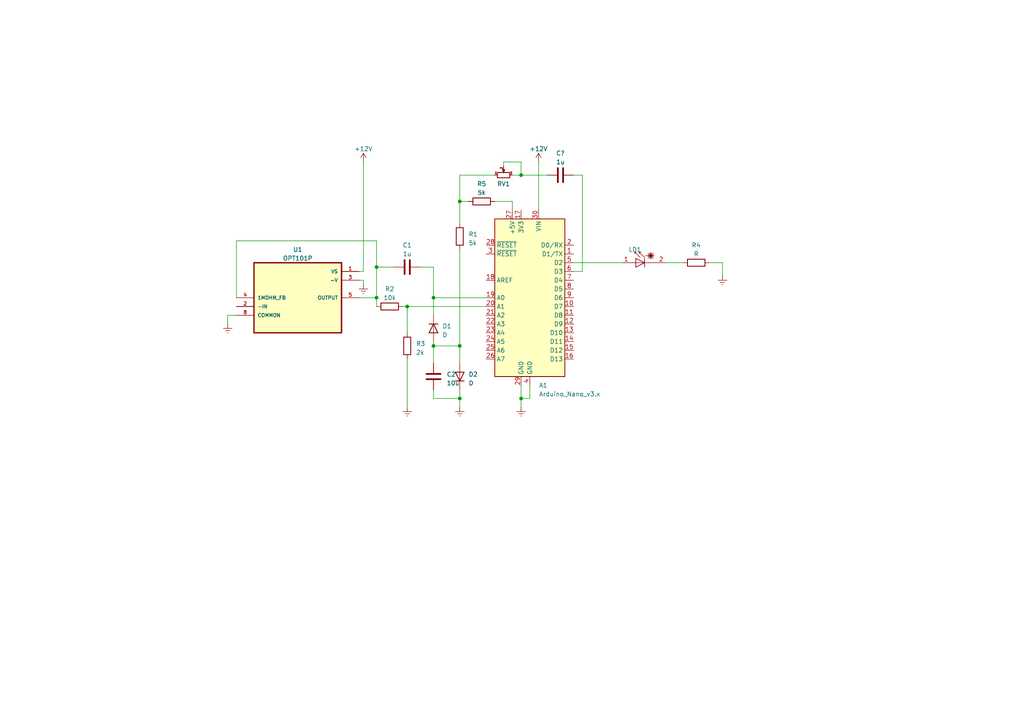
<source format=kicad_sch>
(kicad_sch (version 20220404) (generator eeschema)
  (paper "A4")
  (lib_symbols
    (symbol "Device:C" (pin_numbers hide) (pin_names (offset 0.254))
      (property "Reference" "C" (at 0.635 2.54 0))
      (property "Value" "C" (at 0.635 -2.54 0))
      (symbol "C_0_1"
        (polyline (pts (xy -2.032 -0.762) (xy 2.032 -0.762)) (stroke (width 0.508)))
        (polyline (pts (xy -2.032 0.762) (xy 2.032 0.762)) (stroke (width 0.508)))
      )
      (symbol "C_1_1"
        (pin passive line (at 0 3.81 270) (length 2.794) (name "~") (number "1"))
        (pin passive line (at 0 -3.81 90) (length 2.794) (name "~") (number "2"))
      )
    )
    (symbol "Device:D" (pin_numbers hide) (pin_names (offset 1.016) hide)
      (property "Reference" "D" (at 0 2.54 0))
      (property "Value" "D" (at 0 -2.54 0))
      (symbol "D_0_1"
        (polyline (pts (xy -1.27 1.27) (xy -1.27 -1.27)) (stroke (width 0.254)))
        (polyline (pts (xy 1.27 0) (xy -1.27 0)))
        (polyline (pts (xy 1.27 1.27) (xy 1.27 -1.27) (xy -1.27 0) (xy 1.27 1.27)) (stroke (width 0.254)))
      )
      (symbol "D_1_1"
        (pin passive line (at -3.81 0 0) (length 2.54) (name "K") (number "1"))
        (pin passive line (at 3.81 0 180) (length 2.54) (name "A") (number "2"))
      )
    )
    (symbol "Device:D_Laser_1A3C" (pin_names (offset 1.016) hide)
      (property "Reference" "LD1" (at 1.27 3.81 0))
      (symbol "D_Laser_1A3C_0_1"
        (polyline (pts (xy -4.064 1.27) (xy -2.54 2.794)))
        (polyline (pts (xy -4.064 1.778) (xy -2.54 2.286)))
        (polyline (pts (xy -4.064 2.286) (xy -2.54 1.778)))
        (polyline (pts (xy -4.064 2.794) (xy -2.54 1.27)))
        (polyline (pts (xy -3.556 2.794) (xy -3.048 1.27)))
        (polyline (pts (xy -3.302 2.032) (xy -3.302 1.016)))
        (polyline (pts (xy -3.302 2.032) (xy -3.302 3.048)))
        (polyline (pts (xy -3.048 2.794) (xy -3.556 1.27)))
        (polyline (pts (xy -1.778 2.032) (xy -4.318 2.032)))
        (polyline (pts (xy -1.524 1.27) (xy -1.524 -1.27)) (stroke (width 0.2032)))
        (polyline (pts (xy 1.27 3.048) (xy 0.762 3.048)))
        (polyline (pts (xy 2.54 0) (xy -5.08 0)))
        (polyline (pts (xy -0.254 1.524) (xy 1.27 3.048) (xy 1.27 2.54)))
        (polyline (pts (xy 1.016 1.27) (xy 1.016 -1.27) (xy -1.524 0) (xy 1.016 1.27)) (stroke (width 0.2032)))
        (polyline (pts (xy -1.524 1.524) (xy 0 3.048) (xy 0 2.54) (xy 0 3.048) (xy -0.508 3.048)))
      )
      (symbol "D_Laser_1A3C_1_1"
        (pin passive line (at 5.08 0 180) (length 2.54) (name "A") (number "1"))
        (pin passive line (at -7.62 0 0) (length 2.54) (name "K") (number "2"))
      )
    )
    (symbol "Device:R" (pin_numbers hide) (pin_names (offset 0))
      (property "Reference" "R" (at 2.032 0 90))
      (property "Value" "R" (at 0 0 90))
      (symbol "R_0_1"
        (rectangle (start -1.016 -2.54) (end 1.016 2.54) (stroke (width 0.254)))
      )
      (symbol "R_1_1"
        (pin passive line (at 0 3.81 270) (length 1.27) (name "~") (number "1"))
        (pin passive line (at 0 -3.81 90) (length 1.27) (name "~") (number "2"))
      )
    )
    (symbol "Device:R_Potentiometer_Small" (pin_names (offset 1.016) hide)
      (property "Reference" "RV" (at -4.445 0 90))
      (property "Value" "R_Potentiometer_Small" (at -2.54 0 90))
      (symbol "R_Potentiometer_Small_0_1"
        (polyline (pts (xy 0.889 0) (xy 0.635 0) (xy 1.651 0.381) (xy 1.651 -0.381) (xy 0.635 0) (xy 0.889 0)) (fill (type outline)))
        (rectangle (start 0.762 1.8034) (end -0.762 -1.8034) (stroke (width 0.254)))
      )
      (symbol "R_Potentiometer_Small_1_1"
        (pin passive line (at 0 2.54 270) (length 0.635) (name "1") (number "1"))
        (pin passive line (at 2.54 0 180) (length 0.9906) (name "2") (number "2"))
        (pin passive line (at 0 -2.54 90) (length 0.635) (name "3") (number "3"))
      )
    )
    (symbol "MCU_Module:Arduino_Nano_v3.x"
      (property "Reference" "A" (at -10.16 23.495 0))
      (property "Value" "Arduino_Nano_v3.x" (at 5.08 -24.13 0))
      (symbol "Arduino_Nano_v3.x_0_1"
        (rectangle (start -10.16 22.86) (end 10.16 -22.86) (stroke (width 0.254)) (fill (type background)))
      )
      (symbol "Arduino_Nano_v3.x_1_1"
        (pin bidirectional line (at -12.7 12.7 0) (length 2.54) (name "D1/TX") (number "1"))
        (pin bidirectional line (at -12.7 -2.54 0) (length 2.54) (name "D7") (number "10"))
        (pin bidirectional line (at -12.7 -5.08 0) (length 2.54) (name "D8") (number "11"))
        (pin bidirectional line (at -12.7 -7.62 0) (length 2.54) (name "D9") (number "12"))
        (pin bidirectional line (at -12.7 -10.16 0) (length 2.54) (name "D10") (number "13"))
        (pin bidirectional line (at -12.7 -12.7 0) (length 2.54) (name "D11") (number "14"))
        (pin bidirectional line (at -12.7 -15.24 0) (length 2.54) (name "D12") (number "15"))
        (pin bidirectional line (at -12.7 -17.78 0) (length 2.54) (name "D13") (number "16"))
        (pin power_out line (at 2.54 25.4 270) (length 2.54) (name "3V3") (number "17"))
        (pin input line (at 12.7 5.08 180) (length 2.54) (name "AREF") (number "18"))
        (pin bidirectional line (at 12.7 0 180) (length 2.54) (name "A0") (number "19"))
        (pin bidirectional line (at -12.7 15.24 0) (length 2.54) (name "D0/RX") (number "2"))
        (pin bidirectional line (at 12.7 -2.54 180) (length 2.54) (name "A1") (number "20"))
        (pin bidirectional line (at 12.7 -5.08 180) (length 2.54) (name "A2") (number "21"))
        (pin bidirectional line (at 12.7 -7.62 180) (length 2.54) (name "A3") (number "22"))
        (pin bidirectional line (at 12.7 -10.16 180) (length 2.54) (name "A4") (number "23"))
        (pin bidirectional line (at 12.7 -12.7 180) (length 2.54) (name "A5") (number "24"))
        (pin bidirectional line (at 12.7 -15.24 180) (length 2.54) (name "A6") (number "25"))
        (pin bidirectional line (at 12.7 -17.78 180) (length 2.54) (name "A7") (number "26"))
        (pin power_out line (at 5.08 25.4 270) (length 2.54) (name "+5V") (number "27"))
        (pin input line (at 12.7 15.24 180) (length 2.54) (name "~{RESET}") (number "28"))
        (pin power_in line (at 2.54 -25.4 90) (length 2.54) (name "GND") (number "29"))
        (pin input line (at 12.7 12.7 180) (length 2.54) (name "~{RESET}") (number "3"))
        (pin power_in line (at -2.54 25.4 270) (length 2.54) (name "VIN") (number "30"))
        (pin power_in line (at 0 -25.4 90) (length 2.54) (name "GND") (number "4"))
        (pin bidirectional line (at -12.7 10.16 0) (length 2.54) (name "D2") (number "5"))
        (pin bidirectional line (at -12.7 7.62 0) (length 2.54) (name "D3") (number "6"))
        (pin bidirectional line (at -12.7 5.08 0) (length 2.54) (name "D4") (number "7"))
        (pin bidirectional line (at -12.7 2.54 0) (length 2.54) (name "D5") (number "8"))
        (pin bidirectional line (at -12.7 0 0) (length 2.54) (name "D6") (number "9"))
      )
    )
    (symbol "OPT101P:OPT101P" (pin_names (offset 1.016))
      (property "Reference" "U" (at -12.7 11.1506 0))
      (property "Value" "OPT101P" (at -12.7 -14.1478 0))
      (symbol "OPT101P_0_0"
        (rectangle (start -12.7 -10.16) (end 12.7 10.16) (stroke (width 0.4064)) (fill (type background)))
        (pin power_in line (at 17.78 7.62 180) (length 5.08) (name "VS") (number "1"))
        (pin input line (at -17.78 -2.54 0) (length 5.08) (name "-IN") (number "2"))
        (pin power_in line (at 17.78 5.08 180) (length 5.08) (name "-V") (number "3"))
        (pin input line (at -17.78 0 0) (length 5.08) (name "1MOHM_FB") (number "4"))
        (pin output line (at 17.78 0 180) (length 5.08) (name "OUTPUT") (number "5"))
        (pin input line (at -17.78 -5.08 0) (length 5.08) (name "COMMON") (number "8"))
      )
    )
    (symbol "power:+12V" (power) (pin_names (offset 0))
      (property "Value" "+12V" (at 0 3.556 0))
      (symbol "+12V_0_1"
        (polyline (pts (xy -0.762 1.27) (xy 0 2.54)))
        (polyline (pts (xy 0 0) (xy 0 2.54)))
        (polyline (pts (xy 0 2.54) (xy 0.762 1.27)))
      )
      (symbol "+12V_1_1"
        (pin power_in line (at 0 0 90) (length 0) hide (name "+12V") (number "1"))
      )
    )
    (symbol "power:GNDREF" (power) (pin_numbers hide) (pin_names (offset 0) hide)
      (property "Value" "GNDREF" (at 0 -3.81 0))
      (symbol "GNDREF_0_1"
        (polyline (pts (xy -0.635 -1.905) (xy 0.635 -1.905)))
        (polyline (pts (xy -0.127 -2.54) (xy 0.127 -2.54)))
        (polyline (pts (xy 0 -1.27) (xy 0 0)))
        (polyline (pts (xy 1.27 -1.27) (xy -1.27 -1.27)))
      )
      (symbol "GNDREF_1_1"
        (pin power_in line (at 0 0 270) (length 0) hide (name "GNDREF") (number "1"))
      )
    )
  )
  (junction (at 151.13 115.57))
  (junction (at 133.35 58.42))
  (junction (at 133.35 100.33))
  (junction (at 125.73 100.33))
  (junction (at 125.73 86.36))
  (junction (at 109.22 77.47))
  (junction (at 118.11 88.9))
  (junction (at 151.13 50.8))
  (junction (at 133.35 115.57))
  (junction (at 109.22 86.36))
  (wire (pts (xy 125.73 91.44) (xy 125.73 86.36)))
  (wire (pts (xy 109.22 88.9) (xy 109.22 86.36)))
  (wire (pts (xy 151.13 115.57) (xy 151.13 118.11)))
  (wire (pts (xy 66.04 91.44) (xy 68.58 91.44)))
  (wire (pts (xy 209.55 76.2) (xy 209.55 80.01)))
  (wire (pts (xy 68.58 69.85) (xy 109.22 69.85)))
  (wire (pts (xy 109.22 77.47) (xy 109.22 86.36)))
  (wire (pts (xy 66.04 93.98) (xy 66.04 91.44)))
  (wire (pts (xy 105.41 81.28) (xy 104.14 81.28)))
  (wire (pts (xy 125.73 86.36) (xy 140.97 86.36)))
  (wire (pts (xy 156.21 46.99) (xy 156.21 60.96)))
  (wire (pts (xy 133.35 105.41) (xy 133.35 100.33)))
  (wire (pts (xy 105.41 78.74) (xy 105.41 46.99)))
  (wire (pts (xy 146.05 48.26) (xy 146.05 46.99)))
  (wire (pts (xy 166.37 78.74) (xy 168.91 78.74)))
  (wire (pts (xy 114.3 77.47) (xy 109.22 77.47)))
  (wire (pts (xy 153.67 115.57) (xy 151.13 115.57)))
  (wire (pts (xy 153.67 111.76) (xy 153.67 115.57)))
  (wire (pts (xy 125.73 113.03) (xy 125.73 115.57)))
  (wire (pts (xy 148.59 50.8) (xy 151.13 50.8)))
  (wire (pts (xy 168.91 50.8) (xy 168.91 78.74)))
  (wire (pts (xy 118.11 104.14) (xy 118.11 118.11)))
  (wire (pts (xy 118.11 88.9) (xy 116.84 88.9)))
  (wire (pts (xy 148.59 58.42) (xy 148.59 60.96)))
  (wire (pts (xy 205.74 76.2) (xy 209.55 76.2)))
  (wire (pts (xy 125.73 77.47) (xy 125.73 86.36)))
  (wire (pts (xy 151.13 46.99) (xy 151.13 50.8)))
  (wire (pts (xy 151.13 111.76) (xy 151.13 115.57)))
  (wire (pts (xy 140.97 88.9) (xy 118.11 88.9)))
  (wire (pts (xy 125.73 77.47) (xy 121.92 77.47)))
  (wire (pts (xy 146.05 46.99) (xy 151.13 46.99)))
  (wire (pts (xy 68.58 86.36) (xy 68.58 69.85)))
  (wire (pts (xy 133.35 58.42) (xy 135.89 58.42)))
  (wire (pts (xy 125.73 105.41) (xy 125.73 100.33)))
  (wire (pts (xy 125.73 100.33) (xy 133.35 100.33)))
  (wire (pts (xy 133.35 113.03) (xy 133.35 115.57)))
  (wire (pts (xy 125.73 99.06) (xy 125.73 100.33)))
  (wire (pts (xy 166.37 50.8) (xy 168.91 50.8)))
  (wire (pts (xy 125.73 115.57) (xy 133.35 115.57)))
  (wire (pts (xy 133.35 115.57) (xy 133.35 118.11)))
  (wire (pts (xy 143.51 58.42) (xy 148.59 58.42)))
  (wire (pts (xy 180.34 76.2) (xy 166.37 76.2)))
  (wire (pts (xy 133.35 50.8) (xy 133.35 58.42)))
  (wire (pts (xy 105.41 78.74) (xy 104.14 78.74)))
  (wire (pts (xy 133.35 100.33) (xy 133.35 72.39)))
  (wire (pts (xy 109.22 86.36) (xy 104.14 86.36)))
  (wire (pts (xy 133.35 58.42) (xy 133.35 64.77)))
  (wire (pts (xy 143.51 50.8) (xy 133.35 50.8)))
  (wire (pts (xy 151.13 50.8) (xy 158.75 50.8)))
  (wire (pts (xy 109.22 69.85) (xy 109.22 77.47)))
  (wire (pts (xy 118.11 88.9) (xy 118.11 96.52)))
  (wire (pts (xy 193.04 76.2) (xy 198.12 76.2)))
  (wire (pts (xy 105.41 82.55) (xy 105.41 81.28)))
  (symbol (lib_id "power:GNDREF") (at 209.55 80.01 0) (unit 1)
    (default_instance (reference "U") (unit 1) (value "") (footprint ""))
    (property "Reference" "#PWR08" (effects hide))
    (property "Value" "GNDREF" (effects hide))
  )
  (symbol (lib_id "Device:R") (at 113.03 88.9 90) (unit 1)
    (default_instance (reference "U") (unit 1) (value "") (footprint ""))
    (property "Reference" "R2" (at 113.03 83.82 90))
    (property "Value" "10k" (at 113.03 86.36 90))
    (property "Footprint" "Resistor_SMD:R_0603_1608Metric" (effects hide))
  )
  (symbol (lib_id "Device:R") (at 139.7 58.42 90) (unit 1)
    (default_instance (reference "U") (unit 1) (value "") (footprint ""))
    (property "Reference" "R5" (at 139.7 53.34 90))
    (property "Value" "5k" (at 139.7 55.88 90))
    (property "Footprint" "Resistor_SMD:R_0603_1608Metric" (effects hide))
  )
  (symbol (lib_id "OPT101P:OPT101P") (at 86.36 86.36 0) (unit 1)
    (default_instance (reference "U") (unit 1) (value "") (footprint ""))
    (property "Reference" "U1" (at 86.36 72.39 0))
    (property "Value" "OPT101P" (at 86.36 74.93 0))
    (property "Footprint" "Package_DIP:DIP-8_W7.62mm" (effects hide))
  )
  (symbol (lib_id "power:+12V") (at 105.41 46.99 0) (unit 1)
    (default_instance (reference "U") (unit 1) (value "") (footprint ""))
    (property "Reference" "#PWR03" (effects hide))
    (property "Value" "+12V" (at 105.41 43.18 0))
  )
  (symbol (lib_id "Device:D") (at 125.73 95.25 270) (unit 1)
    (default_instance (reference "U") (unit 1) (value "") (footprint ""))
    (property "Reference" "D1" (at 128.27 94.615 90) (effects (justify left)))
    (property "Value" "D" (at 128.27 97.155 90) (effects (justify left)))
    (property "Footprint" "Diode_SMD:D_0603_1608Metric" (effects hide))
  )
  (symbol (lib_id "power:GNDREF") (at 118.11 118.11 0) (unit 1)
    (default_instance (reference "U") (unit 1) (value "") (footprint ""))
    (property "Reference" "#PWR06" (effects hide))
    (property "Value" "GNDREF" (effects hide))
  )
  (symbol (lib_id "power:GNDREF") (at 105.41 82.55 0) (unit 1)
    (default_instance (reference "U") (unit 1) (value "") (footprint ""))
    (property "Reference" "#PWR02" (effects hide))
    (property "Value" "GNDREF" (effects hide))
  )
  (symbol (lib_id "Device:D") (at 133.35 109.22 90) (unit 1)
    (default_instance (reference "U") (unit 1) (value "") (footprint ""))
    (property "Reference" "D2" (at 135.89 108.585 90) (effects (justify right)))
    (property "Value" "D" (at 135.89 111.125 90) (effects (justify right)))
    (property "Footprint" "Diode_SMD:D_0603_1608Metric" (effects hide))
  )
  (symbol (lib_id "power:GNDREF") (at 66.04 93.98 0) (unit 1)
    (default_instance (reference "U") (unit 1) (value "") (footprint ""))
    (property "Reference" "#PWR01" (effects hide))
    (property "Value" "GNDREF" (effects hide))
  )
  (symbol (lib_id "Device:R") (at 118.11 100.33 0) (unit 1)
    (default_instance (reference "U") (unit 1) (value "") (footprint ""))
    (property "Reference" "R3" (at 120.65 99.695 0) (effects (justify left)))
    (property "Value" "2k" (at 120.65 102.235 0) (effects (justify left)))
    (property "Footprint" "Resistor_SMD:R_0603_1608Metric" (effects hide))
  )
  (symbol (lib_id "Device:R") (at 201.93 76.2 90) (unit 1)
    (default_instance (reference "U") (unit 1) (value "") (footprint ""))
    (property "Reference" "R4" (at 201.93 71.12 90))
    (property "Value" "R" (at 201.93 73.66 90))
    (property "Footprint" "Resistor_SMD:R_0603_1608Metric" (effects hide))
  )
  (symbol (lib_id "MCU_Module:Arduino_Nano_v3.x") (at 153.67 86.36 0) (mirror y) (unit 1)
    (default_instance (reference "U") (unit 1) (value "") (footprint ""))
    (property "Reference" "A1" (at 156.3117 111.76 0) (effects (justify right)))
    (property "Value" "Arduino_Nano_v3.x" (at 156.3117 114.3 0) (effects (justify right)))
    (property "Footprint" "Module:Arduino_Nano_WithMountingHoles" (effects hide))
    (property "Datasheet" "http://www.mouser.com/pdfdocs/Gravitech_Arduino_Nano3_0.pdf" (effects hide))
  )
  (symbol (lib_id "Device:C") (at 125.73 109.22 0) (unit 1)
    (default_instance (reference "U") (unit 1) (value "") (footprint ""))
    (property "Reference" "C2" (at 129.54 108.585 0) (effects (justify left)))
    (property "Value" "10u" (at 129.54 111.125 0) (effects (justify left)))
    (property "Footprint" "Capacitor_SMD:C_0603_1608Metric" (effects hide))
  )
  (symbol (lib_id "Device:C") (at 162.56 50.8 90) (unit 1)
    (default_instance (reference "U") (unit 1) (value "") (footprint ""))
    (property "Reference" "C?" (at 162.56 44.45 90))
    (property "Value" "1u" (at 162.56 46.99 90))
    (property "Footprint" "Capacitor_SMD:C_0603_1608Metric_Pad1.08x0.95mm_HandSolder" (effects hide))
  )
  (symbol (lib_id "Device:R_Potentiometer_Small") (at 146.05 50.8 90) (unit 1)
    (default_instance (reference "RV") (unit 1) (value "R_Potentiometer_Small") (footprint ""))
    (property "Reference" "RV1" (at 146.05 53.34 90))
    (property "Value" "R_Potentiometer_Small" (effects hide))
  )
  (symbol (lib_id "power:GNDREF") (at 133.35 118.11 0) (unit 1)
    (default_instance (reference "U") (unit 1) (value "") (footprint ""))
    (property "Reference" "#PWR04" (effects hide))
    (property "Value" "GNDREF" (effects hide))
  )
  (symbol (lib_id "Device:C") (at 118.11 77.47 90) (unit 1)
    (default_instance (reference "U") (unit 1) (value "") (footprint ""))
    (property "Reference" "C1" (at 118.11 71.12 90))
    (property "Value" "1u" (at 118.11 73.66 90))
    (property "Footprint" "Capacitor_SMD:C_0603_1608Metric_Pad1.08x0.95mm_HandSolder" (effects hide))
  )
  (symbol (lib_id "power:+12V") (at 156.21 46.99 0) (unit 1)
    (default_instance (reference "U") (unit 1) (value "") (footprint ""))
    (property "Reference" "#PWR07" (effects hide))
    (property "Value" "+12V" (at 156.21 43.18 0))
  )
  (symbol (lib_id "Device:R") (at 133.35 68.58 0) (unit 1)
    (default_instance (reference "U") (unit 1) (value "") (footprint ""))
    (property "Reference" "R1" (at 135.89 67.945 0) (effects (justify left)))
    (property "Value" "5k" (at 135.89 70.485 0) (effects (justify left)))
    (property "Footprint" "Resistor_SMD:R_0603_1608Metric" (effects hide))
  )
  (symbol (lib_id "Device:D_Laser_1A3C") (at 185.42 76.2 0) (mirror y) (unit 1)
    (default_instance (reference "U") (unit 1) (value "") (footprint ""))
    (property "Reference" "LD1" (at 184.15 72.39 0))
    (property "Value" "D_Laser_1A3C" (effects hide))
    (property "Footprint" "LED_THT:LED_D3.0mm" (effects hide))
  )
  (symbol (lib_id "power:GNDREF") (at 151.13 118.11 0) (unit 1)
    (default_instance (reference "U") (unit 1) (value "") (footprint ""))
    (property "Reference" "#PWR05" (effects hide))
    (property "Value" "GNDREF" (effects hide))
  )
)
</source>
